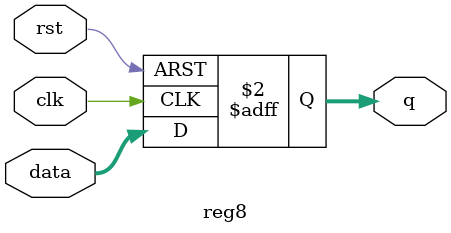
<source format=v>
module reg8(q, data, clk, rst); // eight bit register
output [7:0] q;
input [7:0] data;
input clk, rst;
reg [7:0] q;

always @(posedge clk or posedge rst)
begin
	if (rst)
		q = 0;
	else
		q = data;
end
endmodule

</source>
